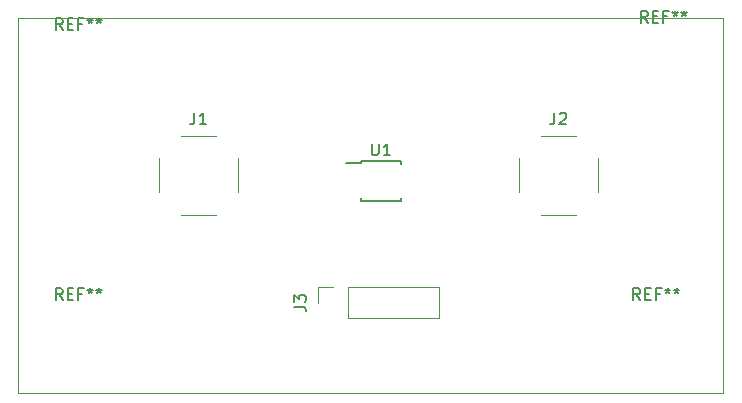
<source format=gbr>
G04 #@! TF.GenerationSoftware,KiCad,Pcbnew,(5.1.2)-2*
G04 #@! TF.CreationDate,2019-07-02T15:12:18+08:00*
G04 #@! TF.ProjectId,HMC346AMS8GE,484d4333-3436-4414-9d53-3847452e6b69,rev?*
G04 #@! TF.SameCoordinates,Original*
G04 #@! TF.FileFunction,Legend,Top*
G04 #@! TF.FilePolarity,Positive*
%FSLAX46Y46*%
G04 Gerber Fmt 4.6, Leading zero omitted, Abs format (unit mm)*
G04 Created by KiCad (PCBNEW (5.1.2)-2) date 2019-07-02 15:12:18*
%MOMM*%
%LPD*%
G04 APERTURE LIST*
%ADD10C,0.120000*%
%ADD11C,0.150000*%
G04 APERTURE END LIST*
D10*
X161290000Y-105410000D02*
X101600000Y-105410000D01*
X161290000Y-137160000D02*
X161290000Y-105410000D01*
X101600000Y-137160000D02*
X161290000Y-137160000D01*
X101600000Y-105410000D02*
X101600000Y-137160000D01*
X115390000Y-115390000D02*
X118290000Y-115390000D01*
X115390000Y-122100000D02*
X118290000Y-122100000D01*
X120195000Y-117295000D02*
X120195000Y-120195000D01*
X113485000Y-117295000D02*
X113485000Y-120195000D01*
X129540000Y-130870000D02*
X129540000Y-128210000D01*
X129540000Y-130870000D02*
X137220000Y-130870000D01*
X137220000Y-130870000D02*
X137220000Y-128210000D01*
X129540000Y-128210000D02*
X137220000Y-128210000D01*
X126940000Y-128210000D02*
X128270000Y-128210000D01*
X126940000Y-129540000D02*
X126940000Y-128210000D01*
X143965000Y-117295000D02*
X143965000Y-120195000D01*
X150675000Y-117295000D02*
X150675000Y-120195000D01*
X145870000Y-122100000D02*
X148770000Y-122100000D01*
X145870000Y-115390000D02*
X148770000Y-115390000D01*
D11*
X130610001Y-117540001D02*
X130610001Y-117715001D01*
X133960001Y-117540001D02*
X133960001Y-117790001D01*
X133960001Y-120890001D02*
X133960001Y-120640001D01*
X130610001Y-120890001D02*
X130610001Y-120640001D01*
X130610001Y-117540001D02*
X133960001Y-117540001D01*
X130610001Y-120890001D02*
X133960001Y-120890001D01*
X130610001Y-117715001D02*
X129360001Y-117715001D01*
X116506666Y-113447380D02*
X116506666Y-114161666D01*
X116459047Y-114304523D01*
X116363809Y-114399761D01*
X116220952Y-114447380D01*
X116125714Y-114447380D01*
X117506666Y-114447380D02*
X116935238Y-114447380D01*
X117220952Y-114447380D02*
X117220952Y-113447380D01*
X117125714Y-113590238D01*
X117030476Y-113685476D01*
X116935238Y-113733095D01*
X124952380Y-129873333D02*
X125666666Y-129873333D01*
X125809523Y-129920952D01*
X125904761Y-130016190D01*
X125952380Y-130159047D01*
X125952380Y-130254285D01*
X124952380Y-129492380D02*
X124952380Y-128873333D01*
X125333333Y-129206666D01*
X125333333Y-129063809D01*
X125380952Y-128968571D01*
X125428571Y-128920952D01*
X125523809Y-128873333D01*
X125761904Y-128873333D01*
X125857142Y-128920952D01*
X125904761Y-128968571D01*
X125952380Y-129063809D01*
X125952380Y-129349523D01*
X125904761Y-129444761D01*
X125857142Y-129492380D01*
X146986666Y-113447380D02*
X146986666Y-114161666D01*
X146939047Y-114304523D01*
X146843809Y-114399761D01*
X146700952Y-114447380D01*
X146605714Y-114447380D01*
X147415238Y-113542619D02*
X147462857Y-113495000D01*
X147558095Y-113447380D01*
X147796190Y-113447380D01*
X147891428Y-113495000D01*
X147939047Y-113542619D01*
X147986666Y-113637857D01*
X147986666Y-113733095D01*
X147939047Y-113875952D01*
X147367619Y-114447380D01*
X147986666Y-114447380D01*
X105346666Y-129317380D02*
X105013333Y-128841190D01*
X104775238Y-129317380D02*
X104775238Y-128317380D01*
X105156190Y-128317380D01*
X105251428Y-128365000D01*
X105299047Y-128412619D01*
X105346666Y-128507857D01*
X105346666Y-128650714D01*
X105299047Y-128745952D01*
X105251428Y-128793571D01*
X105156190Y-128841190D01*
X104775238Y-128841190D01*
X105775238Y-128793571D02*
X106108571Y-128793571D01*
X106251428Y-129317380D02*
X105775238Y-129317380D01*
X105775238Y-128317380D01*
X106251428Y-128317380D01*
X107013333Y-128793571D02*
X106680000Y-128793571D01*
X106680000Y-129317380D02*
X106680000Y-128317380D01*
X107156190Y-128317380D01*
X107680000Y-128317380D02*
X107680000Y-128555476D01*
X107441904Y-128460238D02*
X107680000Y-128555476D01*
X107918095Y-128460238D01*
X107537142Y-128745952D02*
X107680000Y-128555476D01*
X107822857Y-128745952D01*
X108441904Y-128317380D02*
X108441904Y-128555476D01*
X108203809Y-128460238D02*
X108441904Y-128555476D01*
X108680000Y-128460238D01*
X108299047Y-128745952D02*
X108441904Y-128555476D01*
X108584761Y-128745952D01*
X154241666Y-129317380D02*
X153908333Y-128841190D01*
X153670238Y-129317380D02*
X153670238Y-128317380D01*
X154051190Y-128317380D01*
X154146428Y-128365000D01*
X154194047Y-128412619D01*
X154241666Y-128507857D01*
X154241666Y-128650714D01*
X154194047Y-128745952D01*
X154146428Y-128793571D01*
X154051190Y-128841190D01*
X153670238Y-128841190D01*
X154670238Y-128793571D02*
X155003571Y-128793571D01*
X155146428Y-129317380D02*
X154670238Y-129317380D01*
X154670238Y-128317380D01*
X155146428Y-128317380D01*
X155908333Y-128793571D02*
X155575000Y-128793571D01*
X155575000Y-129317380D02*
X155575000Y-128317380D01*
X156051190Y-128317380D01*
X156575000Y-128317380D02*
X156575000Y-128555476D01*
X156336904Y-128460238D02*
X156575000Y-128555476D01*
X156813095Y-128460238D01*
X156432142Y-128745952D02*
X156575000Y-128555476D01*
X156717857Y-128745952D01*
X157336904Y-128317380D02*
X157336904Y-128555476D01*
X157098809Y-128460238D02*
X157336904Y-128555476D01*
X157575000Y-128460238D01*
X157194047Y-128745952D02*
X157336904Y-128555476D01*
X157479761Y-128745952D01*
X154876666Y-105822380D02*
X154543333Y-105346190D01*
X154305238Y-105822380D02*
X154305238Y-104822380D01*
X154686190Y-104822380D01*
X154781428Y-104870000D01*
X154829047Y-104917619D01*
X154876666Y-105012857D01*
X154876666Y-105155714D01*
X154829047Y-105250952D01*
X154781428Y-105298571D01*
X154686190Y-105346190D01*
X154305238Y-105346190D01*
X155305238Y-105298571D02*
X155638571Y-105298571D01*
X155781428Y-105822380D02*
X155305238Y-105822380D01*
X155305238Y-104822380D01*
X155781428Y-104822380D01*
X156543333Y-105298571D02*
X156210000Y-105298571D01*
X156210000Y-105822380D02*
X156210000Y-104822380D01*
X156686190Y-104822380D01*
X157210000Y-104822380D02*
X157210000Y-105060476D01*
X156971904Y-104965238D02*
X157210000Y-105060476D01*
X157448095Y-104965238D01*
X157067142Y-105250952D02*
X157210000Y-105060476D01*
X157352857Y-105250952D01*
X157971904Y-104822380D02*
X157971904Y-105060476D01*
X157733809Y-104965238D02*
X157971904Y-105060476D01*
X158210000Y-104965238D01*
X157829047Y-105250952D02*
X157971904Y-105060476D01*
X158114761Y-105250952D01*
X105346666Y-106457380D02*
X105013333Y-105981190D01*
X104775238Y-106457380D02*
X104775238Y-105457380D01*
X105156190Y-105457380D01*
X105251428Y-105505000D01*
X105299047Y-105552619D01*
X105346666Y-105647857D01*
X105346666Y-105790714D01*
X105299047Y-105885952D01*
X105251428Y-105933571D01*
X105156190Y-105981190D01*
X104775238Y-105981190D01*
X105775238Y-105933571D02*
X106108571Y-105933571D01*
X106251428Y-106457380D02*
X105775238Y-106457380D01*
X105775238Y-105457380D01*
X106251428Y-105457380D01*
X107013333Y-105933571D02*
X106680000Y-105933571D01*
X106680000Y-106457380D02*
X106680000Y-105457380D01*
X107156190Y-105457380D01*
X107680000Y-105457380D02*
X107680000Y-105695476D01*
X107441904Y-105600238D02*
X107680000Y-105695476D01*
X107918095Y-105600238D01*
X107537142Y-105885952D02*
X107680000Y-105695476D01*
X107822857Y-105885952D01*
X108441904Y-105457380D02*
X108441904Y-105695476D01*
X108203809Y-105600238D02*
X108441904Y-105695476D01*
X108680000Y-105600238D01*
X108299047Y-105885952D02*
X108441904Y-105695476D01*
X108584761Y-105885952D01*
X131523096Y-116067381D02*
X131523096Y-116876905D01*
X131570715Y-116972143D01*
X131618334Y-117019762D01*
X131713572Y-117067381D01*
X131904048Y-117067381D01*
X131999286Y-117019762D01*
X132046905Y-116972143D01*
X132094524Y-116876905D01*
X132094524Y-116067381D01*
X133094524Y-117067381D02*
X132523096Y-117067381D01*
X132808810Y-117067381D02*
X132808810Y-116067381D01*
X132713572Y-116210239D01*
X132618334Y-116305477D01*
X132523096Y-116353096D01*
M02*

</source>
